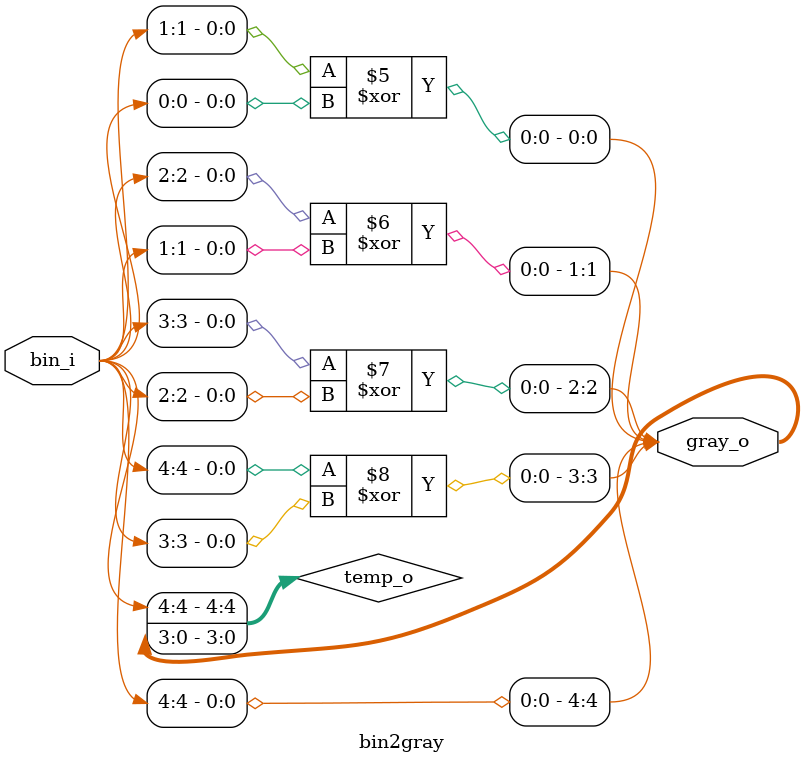
<source format=sv>
module bin2gray
  #(parameter width_p = 5)
  (input [width_p - 1 : 0] bin_i
  ,output [width_p - 1 : 0] gray_o);

   // Your code here 
  /*
  assign gray_o[width_p-1] = bin_i[width_p-1];

  logic [width_p - 2:0] temp_o;
  always_comb begin
    for (int i = 0; i < width_p - 1; i++) begin
      temp_o[i] = bin_i[i+1] ^ bin_i[i];
    end
  end

  assign gray_o[width_p-2:0] = temp_o;
  */

  logic [width_p-1:0] temp_o;
  always_comb begin
    // MSB passed down
    temp_o[width_p-1] = bin_i[width_p-1];

    // Xor bits of bin_i
    for (int i = 0; i < width_p-1; i++) begin
      temp_o[i] = bin_i[i+1] ^ bin_i[i];
    end
  end

  assign gray_o = temp_o;

endmodule

</source>
